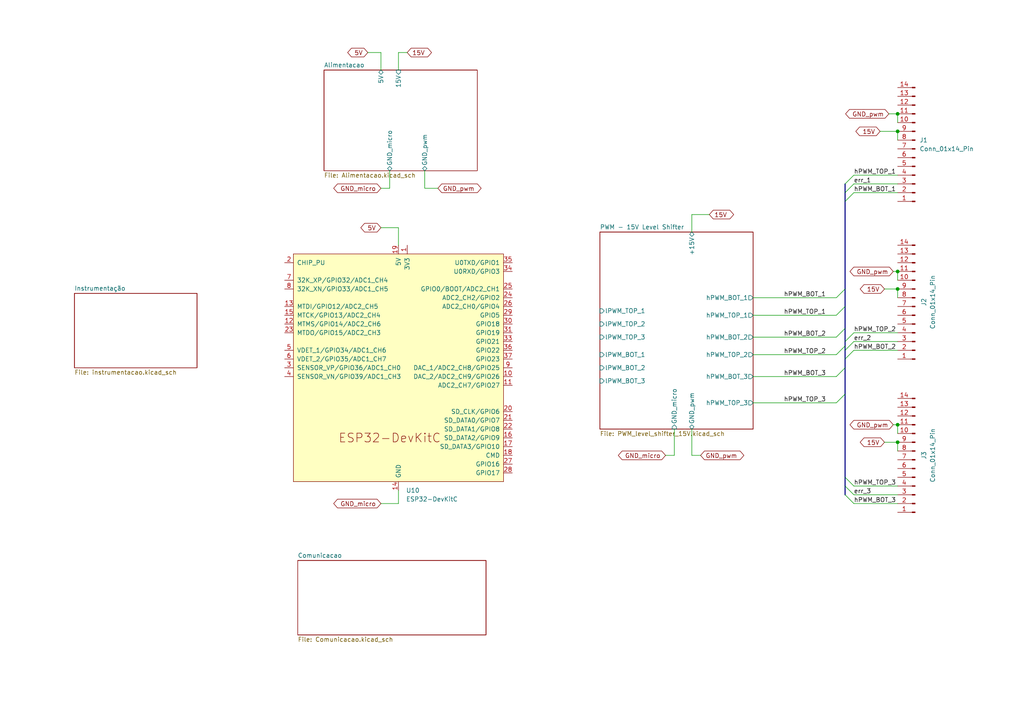
<source format=kicad_sch>
(kicad_sch (version 20231120) (generator "eeschema") (generator_version "8.0")
  (paper "A4")
  (lib_symbols
    (symbol "Connector:Conn_01x14_Pin" (pin_names (offset 1.016) hide)
      (property "Reference" "J" (at 0 17.78 0))
      (property "Value" "Conn_01x14_Pin" (at 0 -20.32 0))
      (symbol "Conn_01x14_Pin_1_1"
        (polyline (pts (xy 1.27 -17.78) (xy 0.8636 -17.78)) (stroke (width 0.1524)))
        (polyline (pts (xy 1.27 -15.24) (xy 0.8636 -15.24)) (stroke (width 0.1524)))
        (polyline (pts (xy 1.27 -12.7) (xy 0.8636 -12.7)) (stroke (width 0.1524)))
        (polyline (pts (xy 1.27 -10.16) (xy 0.8636 -10.16)) (stroke (width 0.1524)))
        (polyline (pts (xy 1.27 -7.62) (xy 0.8636 -7.62)) (stroke (width 0.1524)))
        (polyline (pts (xy 1.27 -5.08) (xy 0.8636 -5.08)) (stroke (width 0.1524)))
        (polyline (pts (xy 1.27 -2.54) (xy 0.8636 -2.54)) (stroke (width 0.1524)))
        (polyline (pts (xy 1.27 0) (xy 0.8636 0)) (stroke (width 0.1524)))
        (polyline (pts (xy 1.27 2.54) (xy 0.8636 2.54)) (stroke (width 0.1524)))
        (polyline (pts (xy 1.27 5.08) (xy 0.8636 5.08)) (stroke (width 0.1524)))
        (polyline (pts (xy 1.27 7.62) (xy 0.8636 7.62)) (stroke (width 0.1524)))
        (polyline (pts (xy 1.27 10.16) (xy 0.8636 10.16)) (stroke (width 0.1524)))
        (polyline (pts (xy 1.27 12.7) (xy 0.8636 12.7)) (stroke (width 0.1524)))
        (polyline (pts (xy 1.27 15.24) (xy 0.8636 15.24)) (stroke (width 0.1524)))
        (rectangle (start 0.8636 -17.653) (end 0 -17.907) (stroke (width 0.1524)) (fill (type outline)))
        (rectangle (start 0.8636 -15.113) (end 0 -15.367) (stroke (width 0.1524)) (fill (type outline)))
        (rectangle (start 0.8636 -12.573) (end 0 -12.827) (stroke (width 0.1524)) (fill (type outline)))
        (rectangle (start 0.8636 -10.033) (end 0 -10.287) (stroke (width 0.1524)) (fill (type outline)))
        (rectangle (start 0.8636 -7.493) (end 0 -7.747) (stroke (width 0.1524)) (fill (type outline)))
        (rectangle (start 0.8636 -4.953) (end 0 -5.207) (stroke (width 0.1524)) (fill (type outline)))
        (rectangle (start 0.8636 -2.413) (end 0 -2.667) (stroke (width 0.1524)) (fill (type outline)))
        (rectangle (start 0.8636 0.127) (end 0 -0.127) (stroke (width 0.1524)) (fill (type outline)))
        (rectangle (start 0.8636 2.667) (end 0 2.413) (stroke (width 0.1524)) (fill (type outline)))
        (rectangle (start 0.8636 5.207) (end 0 4.953) (stroke (width 0.1524)) (fill (type outline)))
        (rectangle (start 0.8636 7.747) (end 0 7.493) (stroke (width 0.1524)) (fill (type outline)))
        (rectangle (start 0.8636 10.287) (end 0 10.033) (stroke (width 0.1524)) (fill (type outline)))
        (rectangle (start 0.8636 12.827) (end 0 12.573) (stroke (width 0.1524)) (fill (type outline)))
        (rectangle (start 0.8636 15.367) (end 0 15.113) (stroke (width 0.1524)) (fill (type outline)))
        (pin passive line (at 5.08 15.24 180) (length 3.81) (name "Pin_1") (number "1"))
        (pin passive line (at 5.08 -7.62 180) (length 3.81) (name "Pin_10") (number "10"))
        (pin passive line (at 5.08 -10.16 180) (length 3.81) (name "Pin_11") (number "11"))
        (pin passive line (at 5.08 -12.7 180) (length 3.81) (name "Pin_12") (number "12"))
        (pin passive line (at 5.08 -15.24 180) (length 3.81) (name "Pin_13") (number "13"))
        (pin passive line (at 5.08 -17.78 180) (length 3.81) (name "Pin_14") (number "14"))
        (pin passive line (at 5.08 12.7 180) (length 3.81) (name "Pin_2") (number "2"))
        (pin passive line (at 5.08 10.16 180) (length 3.81) (name "Pin_3") (number "3"))
        (pin passive line (at 5.08 7.62 180) (length 3.81) (name "Pin_4") (number "4"))
        (pin passive line (at 5.08 5.08 180) (length 3.81) (name "Pin_5") (number "5"))
        (pin passive line (at 5.08 2.54 180) (length 3.81) (name "Pin_6") (number "6"))
        (pin passive line (at 5.08 0 180) (length 3.81) (name "Pin_7") (number "7"))
        (pin passive line (at 5.08 -2.54 180) (length 3.81) (name "Pin_8") (number "8"))
        (pin passive line (at 5.08 -5.08 180) (length 3.81) (name "Pin_9") (number "9"))
      )
    )
    (symbol "PCM_Espressif:ESP32-DevKitC" (pin_names (offset 1.016))
      (property "Reference" "U" (at -30.48 38.1 0))
      (property "Value" "ESP32-DevKitC" (at -30.48 35.56 0))
      (symbol "ESP32-DevKitC_0_0"
        (text "ESP32-DevKitC" (at -2.54 -20.32 0) (effects (font (size 2.54 2.54))))
        (pin power_in line (at 0 -35.56 90) (length 2.54) (name "GND") (number "14"))
        (pin power_in line (at 0 35.56 270) (length 2.54) (name "5V") (number "19"))
      )
      (symbol "ESP32-DevKitC_0_1"
        (rectangle (start -30.48 33.02) (end 30.48 -33.02) (fill (type background)))
      )
      (symbol "ESP32-DevKitC_1_1"
        (pin power_in line (at 2.54 35.56 270) (length 2.54) (name "3V3") (number "1"))
        (pin bidirectional line (at 33.02 -2.54 180) (length 2.54) (name "DAC_2/ADC2_CH9/GPIO26") (number "10"))
        (pin bidirectional line (at 33.02 -5.08 180) (length 2.54) (name "ADC2_CH7/GPIO27") (number "11"))
        (pin bidirectional line (at -33.02 12.7 0) (length 2.54) (name "MTMS/GPIO14/ADC2_CH6") (number "12"))
        (pin bidirectional line (at -33.02 17.78 0) (length 2.54) (name "MTDI/GPIO12/ADC2_CH5") (number "13"))
        (pin bidirectional line (at -33.02 15.24 0) (length 2.54) (name "MTCK/GPIO13/ADC2_CH4") (number "15"))
        (pin bidirectional line (at 33.02 -20.32 180) (length 2.54) (name "SD_DATA2/GPIO9") (number "16"))
        (pin bidirectional line (at 33.02 -22.86 180) (length 2.54) (name "SD_DATA3/GPIO10") (number "17"))
        (pin bidirectional line (at 33.02 -25.4 180) (length 2.54) (name "CMD") (number "18"))
        (pin input line (at -33.02 30.48 0) (length 2.54) (name "CHIP_PU") (number "2"))
        (pin bidirectional line (at 33.02 -12.7 180) (length 2.54) (name "SD_CLK/GPIO6") (number "20"))
        (pin bidirectional line (at 33.02 -15.24 180) (length 2.54) (name "SD_DATA0/GPIO7") (number "21"))
        (pin bidirectional line (at 33.02 -17.78 180) (length 2.54) (name "SD_DATA1/GPIO8") (number "22"))
        (pin bidirectional line (at -33.02 10.16 0) (length 2.54) (name "MTDO/GPIO15/ADC2_CH3") (number "23"))
        (pin bidirectional line (at 33.02 20.32 180) (length 2.54) (name "ADC2_CH2/GPIO2") (number "24"))
        (pin bidirectional line (at 33.02 22.86 180) (length 2.54) (name "GPIO0/BOOT/ADC2_CH1") (number "25"))
        (pin bidirectional line (at 33.02 17.78 180) (length 2.54) (name "ADC2_CH0/GPIO4") (number "26"))
        (pin bidirectional line (at 33.02 -27.94 180) (length 2.54) (name "GPIO16") (number "27"))
        (pin bidirectional line (at 33.02 -30.48 180) (length 2.54) (name "GPIO17") (number "28"))
        (pin bidirectional line (at 33.02 15.24 180) (length 2.54) (name "GPIO5") (number "29"))
        (pin input line (at -33.02 0 0) (length 2.54) (name "SENSOR_VP/GPIO36/ADC1_CH0") (number "3"))
        (pin bidirectional line (at 33.02 12.7 180) (length 2.54) (name "GPIO18") (number "30"))
        (pin bidirectional line (at 33.02 10.16 180) (length 2.54) (name "GPIO19") (number "31"))
        (pin passive line (at 0 -35.56 90) (length 2.54) hide (name "GND") (number "32"))
        (pin bidirectional line (at 33.02 7.62 180) (length 2.54) (name "GPIO21") (number "33"))
        (pin bidirectional line (at 33.02 27.94 180) (length 2.54) (name "U0RXD/GPIO3") (number "34"))
        (pin bidirectional line (at 33.02 30.48 180) (length 2.54) (name "U0TXD/GPIO1") (number "35"))
        (pin bidirectional line (at 33.02 5.08 180) (length 2.54) (name "GPIO22") (number "36"))
        (pin bidirectional line (at 33.02 2.54 180) (length 2.54) (name "GPIO23") (number "37"))
        (pin passive line (at 0 -35.56 90) (length 2.54) hide (name "GND") (number "38"))
        (pin input line (at -33.02 -2.54 0) (length 2.54) (name "SENSOR_VN/GPIO39/ADC1_CH3") (number "4"))
        (pin input line (at -33.02 5.08 0) (length 2.54) (name "VDET_1/GPIO34/ADC1_CH6") (number "5"))
        (pin input line (at -33.02 2.54 0) (length 2.54) (name "VDET_2/GPIO35/ADC1_CH7") (number "6"))
        (pin bidirectional line (at -33.02 25.4 0) (length 2.54) (name "32K_XP/GPIO32/ADC1_CH4") (number "7"))
        (pin bidirectional line (at -33.02 22.86 0) (length 2.54) (name "32K_XN/GPIO33/ADC1_CH5") (number "8"))
        (pin bidirectional line (at 33.02 0 180) (length 2.54) (name "DAC_1/ADC2_CH8/GPIO25") (number "9"))
      )
    )
  )
  (junction (at 260.35 33.02))
  (junction (at 260.35 38.1))
  (junction (at 260.35 123.19))
  (junction (at 260.35 78.74))
  (junction (at 260.35 83.82))
  (junction (at 260.35 128.27))
  (bus_entry (at 242.57 86.36) (size 2.54 -2.54))
  (bus_entry (at 242.57 116.84) (size 2.54 -2.54))
  (bus_entry (at 242.57 97.79) (size 2.54 -2.54))
  (bus_entry (at 247.65 140.97) (size -2.54 -2.54))
  (bus_entry (at 242.57 91.44) (size 2.54 -2.54))
  (bus_entry (at 245.11 101.6) (size 2.54 -2.54))
  (bus_entry (at 245.11 99.06) (size 2.54 -2.54))
  (bus_entry (at 242.57 102.87) (size 2.54 -2.54))
  (bus_entry (at 247.65 146.05) (size -2.54 -2.54))
  (bus_entry (at 245.11 140.97) (size 2.54 2.54))
  (bus_entry (at 245.11 53.34) (size 2.54 -2.54))
  (bus_entry (at 242.57 109.22) (size 2.54 -2.54))
  (bus_entry (at 245.11 58.42) (size 2.54 -2.54))
  (bus_entry (at 245.11 104.14) (size 2.54 -2.54))
  (bus_entry (at 245.11 55.88) (size 2.54 -2.54))
  (wire (pts (xy 247.65 99.06) (xy 260.35 99.06)))
  (bus (pts (xy 245.11 138.43) (xy 245.11 140.97)))
  (bus (pts (xy 245.11 88.9) (xy 245.11 95.25)))
  (wire (pts (xy 247.65 140.97) (xy 260.35 140.97)))
  (wire (pts (xy 247.65 55.88) (xy 260.35 55.88)))
  (wire (pts (xy 218.44 86.36) (xy 242.57 86.36)))
  (bus (pts (xy 245.11 99.06) (xy 245.11 100.33)))
  (wire (pts (xy 260.35 40.64) (xy 260.35 38.1)))
  (wire (pts (xy 123.19 54.61) (xy 123.19 49.53)))
  (bus (pts (xy 245.11 55.88) (xy 245.11 58.42)))
  (wire (pts (xy 218.44 102.87) (xy 242.57 102.87)))
  (wire (pts (xy 115.57 146.05) (xy 115.57 142.24)))
  (wire (pts (xy 247.65 50.8) (xy 260.35 50.8)))
  (wire (pts (xy 255.27 38.1) (xy 260.35 38.1)))
  (wire (pts (xy 110.49 54.61) (xy 113.03 54.61)))
  (wire (pts (xy 115.57 15.24) (xy 115.57 20.32)))
  (wire (pts (xy 115.57 15.24) (xy 118.11 15.24)))
  (wire (pts (xy 200.66 62.23) (xy 200.66 67.31)))
  (wire (pts (xy 247.65 101.6) (xy 260.35 101.6)))
  (wire (pts (xy 193.04 132.08) (xy 195.58 132.08)))
  (wire (pts (xy 260.35 128.27) (xy 260.35 130.81)))
  (bus (pts (xy 245.11 101.6) (xy 245.11 104.14)))
  (wire (pts (xy 260.35 123.19) (xy 260.35 125.73)))
  (wire (pts (xy 205.74 62.23) (xy 200.66 62.23)))
  (wire (pts (xy 259.08 78.74) (xy 260.35 78.74)))
  (wire (pts (xy 260.35 78.74) (xy 260.35 81.28)))
  (bus (pts (xy 245.11 100.33) (xy 245.11 101.6)))
  (wire (pts (xy 259.08 123.19) (xy 260.35 123.19)))
  (wire (pts (xy 218.44 116.84) (xy 242.57 116.84)))
  (bus (pts (xy 245.11 53.34) (xy 245.11 55.88)))
  (wire (pts (xy 218.44 91.44) (xy 242.57 91.44)))
  (wire (pts (xy 113.03 54.61) (xy 113.03 49.53)))
  (wire (pts (xy 127 54.61) (xy 123.19 54.61)))
  (wire (pts (xy 260.35 33.02) (xy 260.35 35.56)))
  (wire (pts (xy 256.54 83.82) (xy 260.35 83.82)))
  (wire (pts (xy 110.49 66.04) (xy 115.57 66.04)))
  (wire (pts (xy 203.2 132.08) (xy 200.66 132.08)))
  (bus (pts (xy 245.11 104.14) (xy 245.11 106.68)))
  (wire (pts (xy 257.81 33.02) (xy 260.35 33.02)))
  (wire (pts (xy 218.44 109.22) (xy 242.57 109.22)))
  (wire (pts (xy 260.35 83.82) (xy 260.35 86.36)))
  (wire (pts (xy 247.65 143.51) (xy 260.35 143.51)))
  (wire (pts (xy 247.65 53.34) (xy 260.35 53.34)))
  (bus (pts (xy 245.11 114.3) (xy 245.11 138.43)))
  (bus (pts (xy 245.11 140.97) (xy 245.11 143.51)))
  (wire (pts (xy 106.68 15.24) (xy 110.49 15.24)))
  (bus (pts (xy 245.11 83.82) (xy 245.11 88.9)))
  (wire (pts (xy 218.44 97.79) (xy 242.57 97.79)))
  (wire (pts (xy 247.65 146.05) (xy 260.35 146.05)))
  (wire (pts (xy 110.49 15.24) (xy 110.49 20.32)))
  (wire (pts (xy 110.49 146.05) (xy 115.57 146.05)))
  (wire (pts (xy 195.58 132.08) (xy 195.58 124.46)))
  (wire (pts (xy 115.57 66.04) (xy 115.57 71.12)))
  (bus (pts (xy 245.11 106.68) (xy 245.11 114.3)))
  (wire (pts (xy 256.54 128.27) (xy 260.35 128.27)))
  (bus (pts (xy 245.11 58.42) (xy 245.11 83.82)))
  (wire (pts (xy 200.66 132.08) (xy 200.66 124.46)))
  (bus (pts (xy 245.11 95.25) (xy 245.11 99.06)))
  (wire (pts (xy 247.65 96.52) (xy 260.35 96.52)))
  (label "hPWM_TOP_1" (at 227.33 91.44 0))
  (label "hPWM_TOP_3" (at 247.65 140.97 0))
  (label "hPWM_TOP_2" (at 247.65 96.52 0))
  (label "hPWM_BOT_3" (at 247.65 146.05 0))
  (label "err_3" (at 247.65 143.51 0))
  (label "hPWM_BOT_1" (at 247.65 55.88 0))
  (label "hPWM_TOP_1" (at 247.65 50.8 0))
  (label "hPWM_TOP_3" (at 227.33 116.84 0))
  (label "hPWM_BOT_3" (at 227.33 109.22 0))
  (label "hPWM_BOT_2" (at 247.65 101.6 0))
  (label "err_2" (at 247.65 99.06 0))
  (label "err_1" (at 247.65 53.34 0))
  (label "hPWM_BOT_2" (at 227.33 97.79 0))
  (label "hPWM_TOP_2" (at 227.33 102.87 0))
  (label "hPWM_BOT_1" (at 227.33 86.36 0))
  (global_label "GND_pwm" (shape bidirectional) (at 257.81 33.02 180) (property "Intersheetrefs" "${INTERSHEET_REFS}" (effects (hide yes))))
  (global_label "GND_micro" (shape bidirectional) (at 110.49 54.61 180) (property "Intersheetrefs" "${INTERSHEET_REFS}" (effects (hide yes))))
  (global_label "15V" (shape bidirectional) (at 256.54 83.82 180) (property "Intersheetrefs" "${INTERSHEET_REFS}" (effects (hide yes))))
  (global_label "15V" (shape bidirectional) (at 118.11 15.24 0) (property "Intersheetrefs" "${INTERSHEET_REFS}" (effects (hide yes))))
  (global_label "GND_micro" (shape bidirectional) (at 110.49 146.05 180) (property "Intersheetrefs" "${INTERSHEET_REFS}" (effects (hide yes))))
  (global_label "5V" (shape bidirectional) (at 110.49 66.04 180) (property "Intersheetrefs" "${INTERSHEET_REFS}" (effects (hide yes))))
  (global_label "GND_pwm" (shape bidirectional) (at 127 54.61 0) (property "Intersheetrefs" "${INTERSHEET_REFS}" (effects (hide yes))))
  (global_label "GND_micro" (shape bidirectional) (at 193.04 132.08 180) (property "Intersheetrefs" "${INTERSHEET_REFS}" (effects (hide yes))))
  (global_label "15V" (shape bidirectional) (at 256.54 128.27 180) (property "Intersheetrefs" "${INTERSHEET_REFS}" (effects (hide yes))))
  (global_label "GND_pwm" (shape bidirectional) (at 259.08 78.74 180) (property "Intersheetrefs" "${INTERSHEET_REFS}" (effects (hide yes))))
  (global_label "15V" (shape bidirectional) (at 205.74 62.23 0) (property "Intersheetrefs" "${INTERSHEET_REFS}" (effects (hide yes))))
  (global_label "GND_pwm" (shape bidirectional) (at 203.2 132.08 0) (property "Intersheetrefs" "${INTERSHEET_REFS}" (effects (hide yes))))
  (global_label "15V" (shape bidirectional) (at 255.27 38.1 180) (property "Intersheetrefs" "${INTERSHEET_REFS}" (effects (hide yes))))
  (global_label "GND_pwm" (shape bidirectional) (at 259.08 123.19 180) (property "Intersheetrefs" "${INTERSHEET_REFS}" (effects (hide yes))))
  (global_label "5V" (shape bidirectional) (at 106.68 15.24 180) (property "Intersheetrefs" "${INTERSHEET_REFS}" (effects (hide yes))))
  (symbol (lib_id "Connector:Conn_01x14_Pin") (at 265.43 88.9 180) (unit 1)
    (property "Reference" "J2" (at 267.97 87.63 90))
    (property "Value" "Conn_01x14_Pin" (at 270.51 87.63 90))
    (property "Description" "Generic connector, single row, 01x14, script generated" (effects (hide yes)))
  )
  (symbol (lib_id "PCM_Espressif:ESP32-DevKitC") (at 115.57 106.68 0) (unit 1)
    (property "Reference" "U10" (at 117.7641 142.24 0) (effects (justify left)))
    (property "Value" "ESP32-DevKitC" (at 117.7641 144.78 0) (effects (justify left)))
    (property "Footprint" "PCM_Espressif:ESP32-DevKitC" (effects (hide yes)))
    (property "Datasheet" "https://docs.espressif.com/projects/esp-idf/zh_CN/latest/esp32/hw-reference/esp32/get-started-devkitc.html" (effects (hide yes)))
    (property "Description" "Development Kit" (effects (hide yes)))
  )
  (symbol (lib_id "Connector:Conn_01x14_Pin") (at 265.43 43.18 180) (unit 1)
    (property "Reference" "J1" (at 266.7 40.6399 0) (effects (justify right)))
    (property "Value" "Conn_01x14_Pin" (at 266.7 43.1799 0) (effects (justify right)))
    (property "Description" "Generic connector, single row, 01x14, script generated" (effects (hide yes)))
  )
  (symbol (lib_id "Connector:Conn_01x14_Pin") (at 265.43 133.35 180) (unit 1)
    (property "Reference" "J3" (at 267.97 132.08 90))
    (property "Value" "Conn_01x14_Pin" (at 270.51 132.08 90))
    (property "Description" "Generic connector, single row, 01x14, script generated" (effects (hide yes)))
  )
  (sheet (at 21.59 85.09) (size 35.56 21.59) (stroke (width 0.1524))
    (property "Sheetname" "Instrumentação" (at 21.59 84.3784 0) (effects (justify left bottom)))
    (property "Sheetfile" "instrumentacao.kicad_sch" (at 21.59 107.2646 0) (effects (justify left top)))
  )
  (sheet (at 173.99 67.31) (size 44.45 57.15) (stroke (width 0.1524))
    (property "Sheetname" "PWM - 15V Level Shifter" (at 173.99 66.5984 0) (effects (justify left bottom)))
    (property "Sheetfile" "PWM_level_shifter_15V.kicad_sch" (at 173.99 125.0446 0) (effects (justify left top)))
    (pin "GND_micro" input (at 195.58 124.46 270))
    (pin "+15V" bidirectional (at 200.66 67.31 90))
    (pin "GND_pwm" bidirectional (at 200.66 124.46 270))
    (pin "hPWM_TOP_3" output (at 218.44 116.84 0))
    (pin "lPWM_BOT_3" input (at 173.99 110.49 180))
    (pin "hPWM_TOP_2" output (at 218.44 102.87 0))
    (pin "hPWM_TOP_1" output (at 218.44 91.44 0))
    (pin "lPWM_BOT_1" input (at 173.99 102.87 180))
    (pin "lPWM_BOT_2" input (at 173.99 106.68 180))
    (pin "lPWM_TOP_2" input (at 173.99 93.98 180))
    (pin "lPWM_TOP_1" input (at 173.99 90.17 180))
    (pin "lPWM_TOP_3" input (at 173.99 97.79 180))
    (pin "hPWM_BOT_3" output (at 218.44 109.22 0))
    (pin "hPWM_BOT_1" output (at 218.44 86.36 0))
    (pin "hPWM_BOT_2" output (at 218.44 97.79 0))
  )
  (sheet (at 86.36 162.56) (size 54.61 21.59) (stroke (width 0.1524))
    (property "Sheetname" "Comunicacao" (at 86.36 161.8484 0) (effects (justify left bottom)))
    (property "Sheetfile" "Comunicacao.kicad_sch" (at 86.36 184.7346 0) (effects (justify left top)))
  )
  (sheet (at 93.98 20.32) (size 44.45 29.21) (stroke (width 0.1524))
    (property "Sheetname" "Alimentacao" (at 93.98 19.6084 0) (effects (justify left bottom)))
    (property "Sheetfile" "Alimentacao.kicad_sch" (at 93.98 50.1146 0) (effects (justify left top)))
    (pin "15V" input (at 115.57 20.32 90))
    (pin "GND_pwm" bidirectional (at 123.19 49.53 270))
    (pin "5V" bidirectional (at 110.49 20.32 90))
    (pin "GND_micro" bidirectional (at 113.03 49.53 270))
  )
)
</source>
